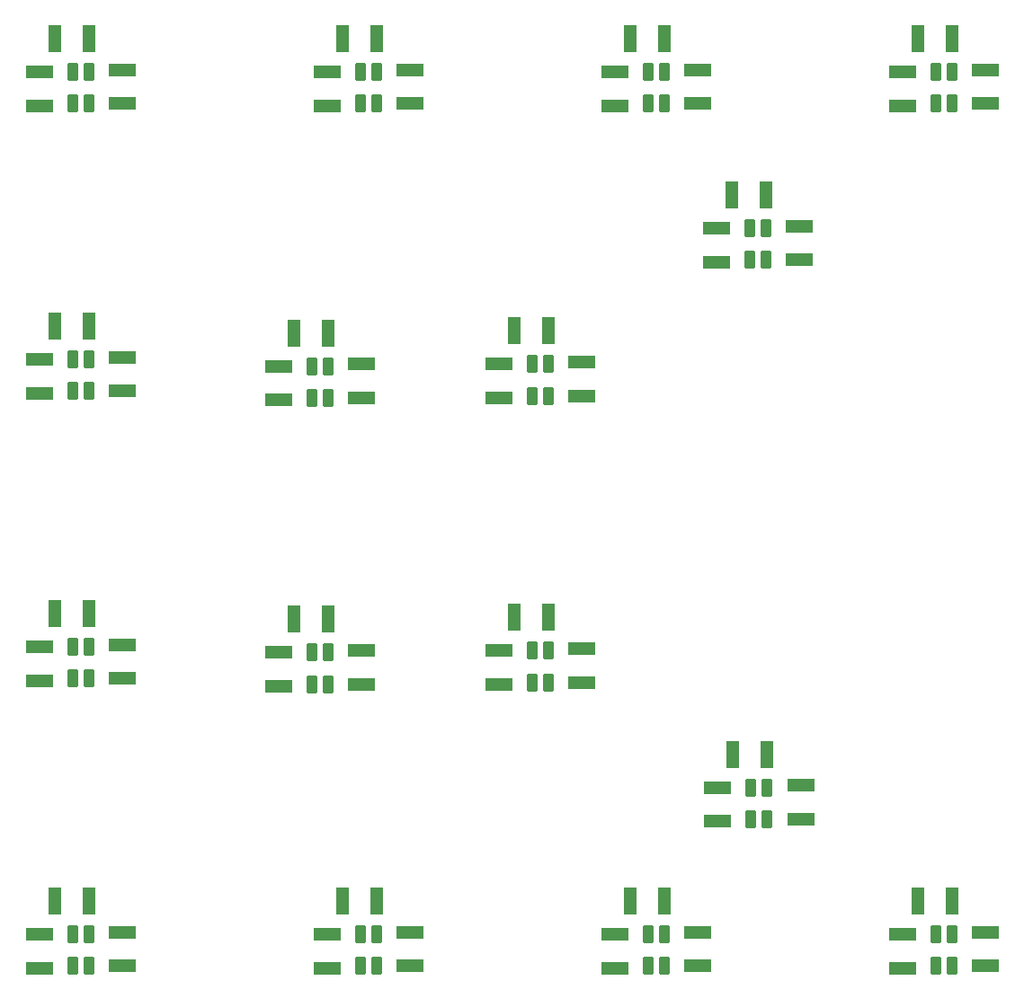
<source format=gbp>
G04*
G04 #@! TF.GenerationSoftware,Altium Limited,Altium Designer,21.2.1 (34)*
G04*
G04 Layer_Color=128*
%FSLAX25Y25*%
%MOIN*%
G70*
G04*
G04 #@! TF.SameCoordinates,CAF5E883-0079-4658-97C8-B00E4F8C62D9*
G04*
G04*
G04 #@! TF.FilePolarity,Positive*
G04*
G01*
G75*
G04:AMPARAMS|DCode=19|XSize=39.37mil|YSize=66.93mil|CornerRadius=3.94mil|HoleSize=0mil|Usage=FLASHONLY|Rotation=0.000|XOffset=0mil|YOffset=0mil|HoleType=Round|Shape=RoundedRectangle|*
%AMROUNDEDRECTD19*
21,1,0.03937,0.05906,0,0,0.0*
21,1,0.03150,0.06693,0,0,0.0*
1,1,0.00787,0.01575,-0.02953*
1,1,0.00787,-0.01575,-0.02953*
1,1,0.00787,-0.01575,0.02953*
1,1,0.00787,0.01575,0.02953*
%
%ADD19ROUNDEDRECTD19*%
G04:AMPARAMS|DCode=22|XSize=47.24mil|YSize=102.36mil|CornerRadius=3.54mil|HoleSize=0mil|Usage=FLASHONLY|Rotation=0.000|XOffset=0mil|YOffset=0mil|HoleType=Round|Shape=RoundedRectangle|*
%AMROUNDEDRECTD22*
21,1,0.04724,0.09528,0,0,0.0*
21,1,0.04016,0.10236,0,0,0.0*
1,1,0.00709,0.02008,-0.04764*
1,1,0.00709,-0.02008,-0.04764*
1,1,0.00709,-0.02008,0.04764*
1,1,0.00709,0.02008,0.04764*
%
%ADD22ROUNDEDRECTD22*%
G04:AMPARAMS|DCode=23|XSize=47.24mil|YSize=102.36mil|CornerRadius=3.54mil|HoleSize=0mil|Usage=FLASHONLY|Rotation=270.000|XOffset=0mil|YOffset=0mil|HoleType=Round|Shape=RoundedRectangle|*
%AMROUNDEDRECTD23*
21,1,0.04724,0.09528,0,0,270.0*
21,1,0.04016,0.10236,0,0,270.0*
1,1,0.00709,-0.04764,-0.02008*
1,1,0.00709,-0.04764,0.02008*
1,1,0.00709,0.04764,0.02008*
1,1,0.00709,0.04764,-0.02008*
%
%ADD23ROUNDEDRECTD23*%
D19*
X12047Y-54094D02*
D03*
X17953D02*
D03*
Y-65905D02*
D03*
X12047D02*
D03*
X-94619Y-54094D02*
D03*
X-88714D02*
D03*
Y-65905D02*
D03*
X-94619D02*
D03*
X-201286Y-54094D02*
D03*
X-195381D02*
D03*
Y-65905D02*
D03*
X-201286D02*
D03*
X-56453Y405D02*
D03*
X-50547D02*
D03*
Y-11406D02*
D03*
X-56453D02*
D03*
X-307953Y-54094D02*
D03*
X-302047D02*
D03*
Y-65905D02*
D03*
X-307953D02*
D03*
X-137570Y51144D02*
D03*
X-131665D02*
D03*
Y39333D02*
D03*
X-137570D02*
D03*
X-219286Y50436D02*
D03*
X-213381D02*
D03*
Y38625D02*
D03*
X-219286D02*
D03*
X-307953Y52572D02*
D03*
X-302047D02*
D03*
Y40761D02*
D03*
X-307953D02*
D03*
X-56953Y207906D02*
D03*
X-51047D02*
D03*
Y196095D02*
D03*
X-56953D02*
D03*
X-137570Y157447D02*
D03*
X-131665D02*
D03*
Y145636D02*
D03*
X-137570D02*
D03*
X-219286Y156739D02*
D03*
X-213381D02*
D03*
Y144928D02*
D03*
X-219286D02*
D03*
X-307953Y159239D02*
D03*
X-302047D02*
D03*
Y147428D02*
D03*
X-307953D02*
D03*
X12047Y265905D02*
D03*
X17953D02*
D03*
Y254095D02*
D03*
X12047D02*
D03*
X-94619Y265905D02*
D03*
X-88714D02*
D03*
Y254095D02*
D03*
X-94619D02*
D03*
X-201286Y265905D02*
D03*
X-195381D02*
D03*
Y254095D02*
D03*
X-201286D02*
D03*
X-307953Y265905D02*
D03*
X-302047D02*
D03*
Y254095D02*
D03*
X-307953D02*
D03*
D22*
X5354Y-41783D02*
D03*
X17953D02*
D03*
X-101312D02*
D03*
X-88714D02*
D03*
X-207979D02*
D03*
X-195381D02*
D03*
X-63146Y12717D02*
D03*
X-50547D02*
D03*
X-314646Y-41783D02*
D03*
X-302047D02*
D03*
X-144263Y63455D02*
D03*
X-131665D02*
D03*
X-225979Y62747D02*
D03*
X-213381D02*
D03*
X-314646Y64883D02*
D03*
X-302047D02*
D03*
X-63646Y220216D02*
D03*
X-51047D02*
D03*
X-144263Y169758D02*
D03*
X-131665D02*
D03*
X-225979Y169050D02*
D03*
X-213381D02*
D03*
X-314646Y171550D02*
D03*
X-302047D02*
D03*
X5354Y278217D02*
D03*
X17953D02*
D03*
X-101312D02*
D03*
X-88714D02*
D03*
X-207979D02*
D03*
X-195381D02*
D03*
X-314646D02*
D03*
X-302047D02*
D03*
D23*
X30404Y-65905D02*
D03*
Y-53307D02*
D03*
X-76263Y-65905D02*
D03*
Y-53307D02*
D03*
X-404Y-66693D02*
D03*
Y-54094D02*
D03*
X-107070Y-66693D02*
D03*
Y-54094D02*
D03*
X-182930Y-65905D02*
D03*
Y-53307D02*
D03*
X-38096Y-11406D02*
D03*
Y1193D02*
D03*
X-213737Y-66693D02*
D03*
Y-54094D02*
D03*
X-68904Y-12193D02*
D03*
Y405D02*
D03*
X-289597Y-65905D02*
D03*
Y-53307D02*
D03*
X-119214Y39333D02*
D03*
Y51932D02*
D03*
X-200930Y38625D02*
D03*
Y51224D02*
D03*
X-320404Y-66693D02*
D03*
Y-54094D02*
D03*
X-150021Y38546D02*
D03*
Y51144D02*
D03*
X-231737Y37838D02*
D03*
Y50436D02*
D03*
X-289597Y40761D02*
D03*
Y53360D02*
D03*
X-38596Y196095D02*
D03*
Y208693D02*
D03*
X-119214Y145636D02*
D03*
Y158234D02*
D03*
X-320404Y39974D02*
D03*
Y52572D02*
D03*
X-69404Y195307D02*
D03*
Y207906D02*
D03*
X-150021Y144849D02*
D03*
Y157447D02*
D03*
X-200930Y144928D02*
D03*
Y157526D02*
D03*
X-289597Y147428D02*
D03*
Y160026D02*
D03*
X30404Y254095D02*
D03*
Y266693D02*
D03*
X-231737Y144140D02*
D03*
Y156739D02*
D03*
X-320404Y146640D02*
D03*
Y159239D02*
D03*
X-404Y253307D02*
D03*
Y265905D02*
D03*
X-76263Y254095D02*
D03*
Y266693D02*
D03*
X-182930Y254095D02*
D03*
Y266693D02*
D03*
X-289597Y254095D02*
D03*
Y266693D02*
D03*
X-107070Y253307D02*
D03*
Y265905D02*
D03*
X-213737Y253307D02*
D03*
Y265905D02*
D03*
X-320404Y253307D02*
D03*
Y265905D02*
D03*
M02*

</source>
